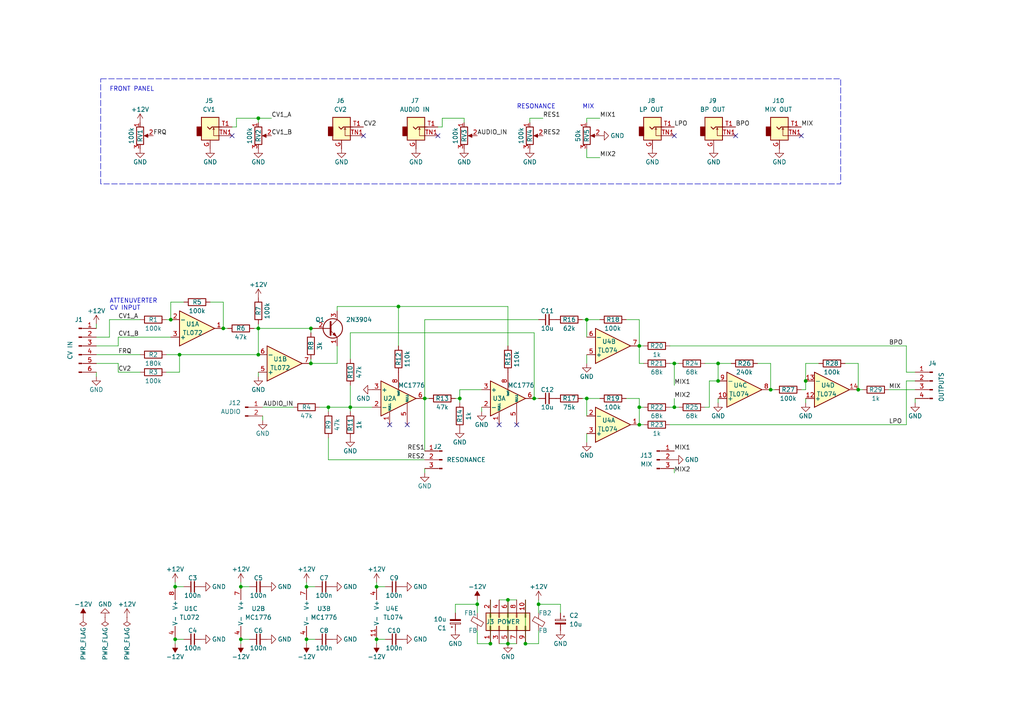
<source format=kicad_sch>
(kicad_sch (version 20230121) (generator eeschema)
  (paper "A4")
  (title_block (title "ПОЛИВОКС ФИЛЬТР") (comment 1 "Has an equal-power LP/BP mixer output in addition to the individual LP & BP outputs") (comment 2 "Audio input is via a passive attenuator") (comment 3 "(inspired by http://m.bareille.free.fr/modular1/vcf_polivoks/vcf_polivoks.htm)") (comment 4 "Includes an attenuverter on input CV1 with direct input on CV2"))
  (lib_symbols
    (symbol "Amplifier_Operational:TL072" (pin_names (offset 0.127))
      (property "Reference" "U" (at 0 5.08 0))
      (property "Value" "TL072" (at 0 -5.08 0))
      (symbol "TL072_1_1"
        (pin output line (at 7.62 0 180) (length 2.54) (name "~") (number "1"))
        (pin input line (at -7.62 -2.54 0) (length 2.54) (name "-") (number "2"))
        (pin input line (at -7.62 2.54 0) (length 2.54) (name "+") (number "3"))
      )
      (symbol "TL072_2_1"
        (pin input line (at -7.62 2.54 0) (length 2.54) (name "+") (number "5"))
        (pin input line (at -7.62 -2.54 0) (length 2.54) (name "-") (number "6"))
        (pin output line (at 7.62 0 180) (length 2.54) (name "~") (number "7"))
      )
      (symbol "TL072_3_1"
        (pin power_in line (at -2.54 -7.62 90) (length 3.81) (name "V-") (number "4"))
        (pin power_in line (at -2.54 7.62 270) (length 3.81) (name "V+") (number "8"))
      )
    )
    (symbol "Amplifier_Operational:TL074" (pin_names (offset 0.127))
      (property "Reference" "U" (at 0 5.08 0))
      (property "Value" "TL074" (at 0 -5.08 0))
      (symbol "TL074_1_1"
        (pin output line (at 7.62 0 180) (length 2.54) (name "~") (number "1"))
        (pin input line (at -7.62 -2.54 0) (length 2.54) (name "-") (number "2"))
        (pin input line (at -7.62 2.54 0) (length 2.54) (name "+") (number "3"))
      )
      (symbol "TL074_2_1"
        (pin input line (at -7.62 2.54 0) (length 2.54) (name "+") (number "5"))
        (pin input line (at -7.62 -2.54 0) (length 2.54) (name "-") (number "6"))
        (pin output line (at 7.62 0 180) (length 2.54) (name "~") (number "7"))
      )
      (symbol "TL074_3_1"
        (pin input line (at -7.62 2.54 0) (length 2.54) (name "+") (number "10"))
        (pin output line (at 7.62 0 180) (length 2.54) (name "~") (number "8"))
        (pin input line (at -7.62 -2.54 0) (length 2.54) (name "-") (number "9"))
      )
      (symbol "TL074_4_1"
        (pin input line (at -7.62 2.54 0) (length 2.54) (name "+") (number "12"))
        (pin input line (at -7.62 -2.54 0) (length 2.54) (name "-") (number "13"))
        (pin output line (at 7.62 0 180) (length 2.54) (name "~") (number "14"))
      )
      (symbol "TL074_5_1"
        (pin power_in line (at -2.54 -7.62 90) (length 3.81) (name "V-") (number "11"))
        (pin power_in line (at -2.54 7.62 270) (length 3.81) (name "V+") (number "4"))
      )
    )
    (symbol "CGE_symbols:AudioJack_Ground_Switch"
      (property "Reference" "J" (at -0.762 6.35 0))
      (property "Value" "AudioJack_Ground_Switch" (at -0.762 4.318 0))
      (symbol "AudioJack_Ground_Switch_1_1"
        (pin passive line (at -1.27 -6.35 90) (length 2.54) (name "~") (number "G"))
        (pin passive line (at 5.08 0 180) (length 3.81) (name "~") (number "T1"))
        (pin passive line (at 5.08 -2.54 180) (length 3.81) (name "~") (number "TN1"))
      )
    )
    (symbol "CGE_symbols:MC1776" (pin_names (offset 0.127))
      (property "Reference" "U2" (at -2.54 0 0))
      (property "Value" "MC1776" (at 3.81 3.81 0))
      (symbol "MC1776_1_1"
        (pin input line (at -2.54 -7.62 90) (length 3.81) (name "NULL") (number "1"))
        (pin input line (at -7.62 -2.54 0) (length 2.54) (name "-") (number "2"))
        (pin input line (at -7.62 2.54 0) (length 2.54) (name "+") (number "3"))
        (pin input line (at 2.54 -7.62 90) (length 6.35) (name "NULL") (number "5"))
        (pin output line (at 7.62 0 180) (length 2.54) (name "~") (number "6"))
        (pin input line (at 0 7.62 270) (length 5.08) (name "Iset") (number "8"))
      )
      (symbol "MC1776_2_1"
        (pin power_in line (at -2.54 -7.62 90) (length 3.81) (name "V-") (number "4"))
        (pin power_in line (at -2.54 7.62 270) (length 3.81) (name "V+") (number "7"))
      )
    )
    (symbol "Connector:Conn_01x02_Pin" (pin_names (offset 1.016) hide)
      (property "Reference" "J" (at 0 2.54 0))
      (property "Value" "Conn_01x02_Pin" (at 0 -5.08 0))
      (symbol "Conn_01x02_Pin_1_1"
        (pin passive line (at 5.08 0 180) (length 3.81) (name "Pin_1") (number "1"))
        (pin passive line (at 5.08 -2.54 180) (length 3.81) (name "Pin_2") (number "2"))
      )
    )
    (symbol "Connector:Conn_01x03_Pin" (pin_names (offset 1.016) hide)
      (property "Reference" "J" (at 0 5.08 0))
      (property "Value" "Conn_01x03_Pin" (at 0 -5.08 0))
      (symbol "Conn_01x03_Pin_1_1"
        (pin passive line (at 5.08 2.54 180) (length 3.81) (name "Pin_1") (number "1"))
        (pin passive line (at 5.08 0 180) (length 3.81) (name "Pin_2") (number "2"))
        (pin passive line (at 5.08 -2.54 180) (length 3.81) (name "Pin_3") (number "3"))
      )
    )
    (symbol "Connector:Conn_01x04_Pin" (pin_names (offset 1.016) hide)
      (property "Reference" "J" (at 0 5.08 0))
      (property "Value" "Conn_01x04_Pin" (at 0 -7.62 0))
      (symbol "Conn_01x04_Pin_1_1"
        (pin passive line (at 5.08 2.54 180) (length 3.81) (name "Pin_1") (number "1"))
        (pin passive line (at 5.08 0 180) (length 3.81) (name "Pin_2") (number "2"))
        (pin passive line (at 5.08 -2.54 180) (length 3.81) (name "Pin_3") (number "3"))
        (pin passive line (at 5.08 -5.08 180) (length 3.81) (name "Pin_4") (number "4"))
      )
    )
    (symbol "Connector:Conn_01x06_Pin" (pin_names (offset 1.016) hide)
      (property "Reference" "J" (at 0 7.62 0))
      (property "Value" "Conn_01x06_Pin" (at 0 -10.16 0))
      (symbol "Conn_01x06_Pin_1_1"
        (pin passive line (at 5.08 5.08 180) (length 3.81) (name "Pin_1") (number "1"))
        (pin passive line (at 5.08 2.54 180) (length 3.81) (name "Pin_2") (number "2"))
        (pin passive line (at 5.08 0 180) (length 3.81) (name "Pin_3") (number "3"))
        (pin passive line (at 5.08 -2.54 180) (length 3.81) (name "Pin_4") (number "4"))
        (pin passive line (at 5.08 -5.08 180) (length 3.81) (name "Pin_5") (number "5"))
        (pin passive line (at 5.08 -7.62 180) (length 3.81) (name "Pin_6") (number "6"))
      )
    )
    (symbol "Connector_Generic:Conn_02x05_Odd_Even" (pin_names (offset 1.016) hide)
      (property "Reference" "J" (at 1.27 7.62 0))
      (property "Value" "Conn_02x05_Odd_Even" (at 1.27 -7.62 0))
      (symbol "Conn_02x05_Odd_Even_1_1"
        (pin passive line (at -5.08 5.08 0) (length 3.81) (name "Pin_1") (number "1"))
        (pin passive line (at 7.62 -5.08 180) (length 3.81) (name "Pin_10") (number "10"))
        (pin passive line (at 7.62 5.08 180) (length 3.81) (name "Pin_2") (number "2"))
        (pin passive line (at -5.08 2.54 0) (length 3.81) (name "Pin_3") (number "3"))
        (pin passive line (at 7.62 2.54 180) (length 3.81) (name "Pin_4") (number "4"))
        (pin passive line (at -5.08 0 0) (length 3.81) (name "Pin_5") (number "5"))
        (pin passive line (at 7.62 0 180) (length 3.81) (name "Pin_6") (number "6"))
        (pin passive line (at -5.08 -2.54 0) (length 3.81) (name "Pin_7") (number "7"))
        (pin passive line (at 7.62 -2.54 180) (length 3.81) (name "Pin_8") (number "8"))
        (pin passive line (at -5.08 -5.08 0) (length 3.81) (name "Pin_9") (number "9"))
      )
    )
    (symbol "Device:C_Polarized_Small" (pin_numbers hide) (pin_names (offset 0.254) hide)
      (property "Reference" "C" (at 0.254 1.778 0))
      (property "Value" "C_Polarized_Small" (at 0.254 -2.032 0))
      (symbol "C_Polarized_Small_1_1"
        (pin passive line (at 0 2.54 270) (length 1.8542) (name "~") (number "1"))
        (pin passive line (at 0 -2.54 90) (length 1.8542) (name "~") (number "2"))
      )
    )
    (symbol "Device:C_Small" (pin_numbers hide) (pin_names (offset 0.254) hide)
      (property "Reference" "C" (at 0.254 1.778 0))
      (property "Value" "C_Small" (at 0.254 -2.032 0))
      (symbol "C_Small_1_1"
        (pin passive line (at 0 2.54 270) (length 2.032) (name "~") (number "1"))
        (pin passive line (at 0 -2.54 90) (length 2.032) (name "~") (number "2"))
      )
    )
    (symbol "Device:FerriteBead_Small" (pin_numbers hide) (pin_names (offset 0))
      (property "Reference" "FB" (at 1.905 1.27 0))
      (property "Value" "FerriteBead_Small" (at 1.905 -1.27 0))
      (symbol "FerriteBead_Small_1_1"
        (pin passive line (at 0 2.54 270) (length 1.27) (name "~") (number "1"))
        (pin passive line (at 0 -2.54 90) (length 1.27) (name "~") (number "2"))
      )
    )
    (symbol "Device:R" (pin_numbers hide) (pin_names (offset 0))
      (property "Reference" "R" (at 2.032 0 90))
      (property "Value" "R" (at 0 0 90))
      (symbol "R_1_1"
        (pin passive line (at 0 3.81 270) (length 1.27) (name "~") (number "1"))
        (pin passive line (at 0 -3.81 90) (length 1.27) (name "~") (number "2"))
      )
    )
    (symbol "Device:R_Potentiometer" (pin_names (offset 1.016) hide)
      (property "Reference" "RV" (at -4.445 0 90))
      (property "Value" "R_Potentiometer" (at -2.54 0 90))
      (symbol "R_Potentiometer_1_1"
        (pin passive line (at 0 3.81 270) (length 1.27) (name "1") (number "1"))
        (pin passive line (at 3.81 0 180) (length 1.27) (name "2") (number "2"))
        (pin passive line (at 0 -3.81 90) (length 1.27) (name "3") (number "3"))
      )
    )
    (symbol "Transistor_BJT:2N3904" (pin_names (offset 0) hide)
      (property "Reference" "Q" (at 5.08 1.905 0))
      (property "Value" "2N3904" (at 5.08 0 0))
      (symbol "2N3904_1_1"
        (pin passive line (at 2.54 -5.08 90) (length 2.54) (name "E") (number "1"))
        (pin passive line (at -5.08 0 0) (length 5.715) (name "B") (number "2"))
        (pin passive line (at 2.54 5.08 270) (length 2.54) (name "C") (number "3"))
      )
    )
    (symbol "power:+12V" (power) (pin_names (offset 0))
      (property "Value" "+12V" (at 0 3.556 0))
      (symbol "+12V_1_1"
        (pin power_in line (at 0 0 90) (length 0) hide (name "+12V") (number "1"))
      )
    )
    (symbol "power:-12V" (power) (pin_names (offset 0))
      (property "Value" "-12V" (at 0 3.81 0))
      (symbol "-12V_0_0"
        (pin power_in line (at 0 0 90) (length 0) hide (name "-12V") (number "1"))
      )
    )
    (symbol "power:GND" (power) (pin_names (offset 0))
      (property "Value" "GND" (at 0 -3.81 0))
      (symbol "GND_1_1"
        (pin power_in line (at 0 0 270) (length 0) hide (name "GND") (number "1"))
      )
    )
    (symbol "power:PWR_FLAG" (power) (pin_numbers hide) (pin_names (offset 0) hide)
      (property "Value" "PWR_FLAG" (at 0 3.81 0))
      (symbol "PWR_FLAG_0_0"
        (pin power_out line (at 0 0 90) (length 0) (name "pwr") (number "1"))
      )
    )
  )
  (junction (at 152.4 186.69))
  (junction (at 88.9 170.18))
  (junction (at 185.42 100.33))
  (junction (at 233.68 110.49))
  (junction (at 185.42 118.11))
  (junction (at 74.93 102.87))
  (junction (at 74.93 95.25))
  (junction (at 123.19 115.57))
  (junction (at 133.35 115.57))
  (junction (at 88.9 185.42))
  (junction (at 49.53 92.71))
  (junction (at 156.21 175.26))
  (junction (at 195.58 118.11))
  (junction (at 138.43 175.26))
  (junction (at 90.17 105.41))
  (junction (at 208.28 105.41))
  (junction (at 170.18 92.71))
  (junction (at 147.32 173.99))
  (junction (at 69.85 170.18))
  (junction (at 154.94 115.57))
  (junction (at 74.93 34.29))
  (junction (at 109.22 170.18))
  (junction (at 223.52 113.03))
  (junction (at 101.6 118.11))
  (junction (at 142.24 186.69))
  (junction (at 52.07 102.87))
  (junction (at 185.42 123.19))
  (junction (at 95.25 118.11))
  (junction (at 109.22 185.42))
  (junction (at 115.57 88.9))
  (junction (at 248.92 113.03))
  (junction (at 50.8 185.42))
  (junction (at 195.58 105.41))
  (junction (at 90.17 95.25))
  (junction (at 50.8 170.18))
  (junction (at 170.18 115.57))
  (junction (at 208.28 110.49))
  (junction (at 147.32 186.69))
  (junction (at 69.85 185.42))
  (junction (at 64.77 95.25))
  (no_connect (at 195.58 39.37))
  (no_connect (at 118.11 123.19))
  (no_connect (at 105.41 39.37))
  (no_connect (at 144.78 123.19))
  (no_connect (at 213.36 39.37))
  (no_connect (at 127 39.37))
  (no_connect (at 232.41 39.37))
  (no_connect (at 149.86 123.19))
  (no_connect (at 113.03 123.19))
  (no_connect (at 67.31 39.37))
  (wire (pts (xy 68.58 34.29) (xy 74.93 34.29)))
  (wire (pts (xy 95.25 118.11) (xy 101.6 118.11)))
  (wire (pts (xy 74.93 34.29) (xy 78.74 34.29)))
  (wire (pts (xy 262.89 107.95) (xy 262.89 100.33)))
  (wire (pts (xy 233.68 113.03) (xy 232.41 113.03)))
  (wire (pts (xy 144.78 173.99) (xy 147.32 173.99)))
  (wire (pts (xy 132.08 175.26) (xy 138.43 175.26)))
  (wire (pts (xy 101.6 119.38) (xy 101.6 118.11)))
  (wire (pts (xy 248.92 113.03) (xy 248.92 105.41)))
  (wire (pts (xy 101.6 96.52) (xy 101.6 104.14)))
  (wire (pts (xy 111.76 170.18) (xy 109.22 170.18)))
  (wire (pts (xy 154.94 115.57) (xy 156.21 115.57)))
  (wire (pts (xy 156.21 175.26) (xy 162.56 175.26)))
  (wire (pts (xy 92.71 118.11) (xy 95.25 118.11)))
  (wire (pts (xy 27.94 93.98) (xy 27.94 95.25)))
  (wire (pts (xy 170.18 125.73) (xy 170.18 128.27)))
  (wire (pts (xy 90.17 95.25) (xy 90.17 96.52)))
  (wire (pts (xy 173.99 34.29) (xy 170.18 34.29)))
  (wire (pts (xy 88.9 168.91) (xy 88.9 170.18)))
  (wire (pts (xy 31.75 92.71) (xy 40.64 92.71)))
  (wire (pts (xy 128.27 36.83) (xy 127 36.83)))
  (wire (pts (xy 185.42 105.41) (xy 185.42 100.33)))
  (wire (pts (xy 186.69 105.41) (xy 185.42 105.41)))
  (wire (pts (xy 97.79 88.9) (xy 97.79 90.17)))
  (wire (pts (xy 90.17 95.25) (xy 74.93 95.25)))
  (wire (pts (xy 237.49 105.41) (xy 233.68 105.41)))
  (wire (pts (xy 50.8 186.69) (xy 50.8 185.42)))
  (wire (pts (xy 76.2 121.92) (xy 76.2 120.65)))
  (wire (pts (xy 88.9 185.42) (xy 91.44 185.42)))
  (wire (pts (xy 34.29 100.33) (xy 34.29 97.79)))
  (wire (pts (xy 154.94 115.57) (xy 154.94 96.52)))
  (wire (pts (xy 50.8 168.91) (xy 50.8 170.18)))
  (wire (pts (xy 31.75 97.79) (xy 31.75 92.71)))
  (wire (pts (xy 248.92 105.41) (xy 245.11 105.41)))
  (wire (pts (xy 170.18 115.57) (xy 173.99 115.57)))
  (wire (pts (xy 97.79 100.33) (xy 97.79 105.41)))
  (wire (pts (xy 34.29 107.95) (xy 40.64 107.95)))
  (wire (pts (xy 68.58 36.83) (xy 67.31 36.83)))
  (wire (pts (xy 262.89 110.49) (xy 265.43 110.49)))
  (wire (pts (xy 152.4 186.69) (xy 156.21 186.69)))
  (wire (pts (xy 69.85 170.18) (xy 72.39 170.18)))
  (wire (pts (xy 185.42 123.19) (xy 186.69 123.19)))
  (wire (pts (xy 185.42 118.11) (xy 186.69 118.11)))
  (wire (pts (xy 138.43 173.99) (xy 138.43 175.26)))
  (wire (pts (xy 52.07 102.87) (xy 52.07 107.95)))
  (wire (pts (xy 147.32 88.9) (xy 147.32 100.33)))
  (wire (pts (xy 132.08 115.57) (xy 133.35 115.57)))
  (wire (pts (xy 90.17 104.14) (xy 90.17 105.41)))
  (wire (pts (xy 157.48 34.29) (xy 153.67 34.29)))
  (wire (pts (xy 74.93 35.56) (xy 74.93 34.29)))
  (wire (pts (xy 91.44 170.18) (xy 88.9 170.18)))
  (wire (pts (xy 101.6 111.76) (xy 101.6 118.11)))
  (wire (pts (xy 144.78 186.69) (xy 147.32 186.69)))
  (wire (pts (xy 212.09 105.41) (xy 208.28 105.41)))
  (wire (pts (xy 27.94 105.41) (xy 34.29 105.41)))
  (wire (pts (xy 170.18 115.57) (xy 168.91 115.57)))
  (wire (pts (xy 205.74 118.11) (xy 204.47 118.11)))
  (wire (pts (xy 88.9 186.69) (xy 88.9 185.42)))
  (wire (pts (xy 170.18 92.71) (xy 168.91 92.71)))
  (wire (pts (xy 170.18 92.71) (xy 170.18 97.79)))
  (wire (pts (xy 208.28 115.57) (xy 208.28 116.84)))
  (wire (pts (xy 73.66 95.25) (xy 74.93 95.25)))
  (wire (pts (xy 97.79 88.9) (xy 115.57 88.9)))
  (wire (pts (xy 162.56 175.26) (xy 162.56 177.8)))
  (wire (pts (xy 195.58 105.41) (xy 196.85 105.41)))
  (wire (pts (xy 152.4 173.99) (xy 152.4 186.69)))
  (wire (pts (xy 74.93 93.98) (xy 74.93 95.25)))
  (wire (pts (xy 115.57 88.9) (xy 115.57 100.33)))
  (wire (pts (xy 185.42 92.71) (xy 185.42 100.33)))
  (wire (pts (xy 142.24 173.99) (xy 142.24 186.69)))
  (wire (pts (xy 147.32 186.69) (xy 149.86 186.69)))
  (wire (pts (xy 208.28 105.41) (xy 208.28 110.49)))
  (wire (pts (xy 133.35 113.03) (xy 133.35 115.57)))
  (wire (pts (xy 170.18 115.57) (xy 170.18 120.65)))
  (wire (pts (xy 195.58 137.16) (xy 195.58 135.89)))
  (wire (pts (xy 97.79 105.41) (xy 90.17 105.41)))
  (wire (pts (xy 48.26 102.87) (xy 52.07 102.87)))
  (wire (pts (xy 34.29 97.79) (xy 49.53 97.79)))
  (wire (pts (xy 27.94 97.79) (xy 31.75 97.79)))
  (wire (pts (xy 123.19 92.71) (xy 123.19 115.57)))
  (wire (pts (xy 205.74 110.49) (xy 205.74 118.11)))
  (wire (pts (xy 64.77 87.63) (xy 64.77 95.25)))
  (wire (pts (xy 156.21 173.99) (xy 156.21 175.26)))
  (wire (pts (xy 139.7 119.38) (xy 139.7 118.11)))
  (wire (pts (xy 170.18 45.72) (xy 170.18 43.18)))
  (wire (pts (xy 205.74 110.49) (xy 208.28 110.49)))
  (wire (pts (xy 257.81 113.03) (xy 265.43 113.03)))
  (wire (pts (xy 27.94 102.87) (xy 40.64 102.87)))
  (wire (pts (xy 170.18 34.29) (xy 170.18 35.56)))
  (wire (pts (xy 185.42 100.33) (xy 186.69 100.33)))
  (wire (pts (xy 95.25 133.35) (xy 123.19 133.35)))
  (wire (pts (xy 132.08 177.8) (xy 132.08 175.26)))
  (wire (pts (xy 138.43 175.26) (xy 138.43 177.8)))
  (wire (pts (xy 53.34 87.63) (xy 49.53 87.63)))
  (wire (pts (xy 123.19 92.71) (xy 156.21 92.71)))
  (wire (pts (xy 74.93 107.95) (xy 74.93 109.22)))
  (wire (pts (xy 194.31 100.33) (xy 262.89 100.33)))
  (wire (pts (xy 233.68 110.49) (xy 233.68 113.03)))
  (wire (pts (xy 133.35 115.57) (xy 133.35 116.84)))
  (wire (pts (xy 123.19 115.57) (xy 124.46 115.57)))
  (wire (pts (xy 109.22 185.42) (xy 111.76 185.42)))
  (wire (pts (xy 185.42 92.71) (xy 181.61 92.71)))
  (wire (pts (xy 76.2 118.11) (xy 85.09 118.11)))
  (wire (pts (xy 147.32 173.99) (xy 147.32 186.69)))
  (wire (pts (xy 223.52 113.03) (xy 223.52 105.41)))
  (wire (pts (xy 52.07 102.87) (xy 74.93 102.87)))
  (wire (pts (xy 195.58 118.11) (xy 196.85 118.11)))
  (wire (pts (xy 224.79 113.03) (xy 223.52 113.03)))
  (wire (pts (xy 95.25 119.38) (xy 95.25 118.11)))
  (wire (pts (xy 262.89 110.49) (xy 262.89 123.19)))
  (wire (pts (xy 27.94 100.33) (xy 34.29 100.33)))
  (wire (pts (xy 195.58 105.41) (xy 195.58 111.76)))
  (wire (pts (xy 64.77 95.25) (xy 66.04 95.25)))
  (wire (pts (xy 68.58 36.83) (xy 68.58 34.29)))
  (wire (pts (xy 195.58 115.57) (xy 195.58 118.11)))
  (wire (pts (xy 154.94 96.52) (xy 101.6 96.52)))
  (wire (pts (xy 95.25 133.35) (xy 95.25 127)))
  (wire (pts (xy 173.99 92.71) (xy 170.18 92.71)))
  (wire (pts (xy 109.22 168.91) (xy 109.22 170.18)))
  (wire (pts (xy 233.68 115.57) (xy 233.68 116.84)))
  (wire (pts (xy 69.85 185.42) (xy 72.39 185.42)))
  (wire (pts (xy 265.43 107.95) (xy 262.89 107.95)))
  (wire (pts (xy 173.99 45.72) (xy 170.18 45.72)))
  (wire (pts (xy 109.22 185.42) (xy 109.22 186.69)))
  (wire (pts (xy 123.19 115.57) (xy 123.19 130.81)))
  (wire (pts (xy 60.96 87.63) (xy 64.77 87.63)))
  (wire (pts (xy 69.85 186.69) (xy 69.85 185.42)))
  (wire (pts (xy 185.42 115.57) (xy 181.61 115.57)))
  (wire (pts (xy 153.67 34.29) (xy 153.67 35.56)))
  (wire (pts (xy 134.62 34.29) (xy 134.62 35.56)))
  (wire (pts (xy 34.29 105.41) (xy 34.29 107.95)))
  (wire (pts (xy 138.43 186.69) (xy 142.24 186.69)))
  (wire (pts (xy 185.42 115.57) (xy 185.42 118.11)))
  (wire (pts (xy 128.27 36.83) (xy 128.27 34.29)))
  (wire (pts (xy 48.26 92.71) (xy 49.53 92.71)))
  (wire (pts (xy 170.18 102.87) (xy 170.18 105.41)))
  (wire (pts (xy 48.26 107.95) (xy 52.07 107.95)))
  (wire (pts (xy 194.31 118.11) (xy 195.58 118.11)))
  (wire (pts (xy 128.27 34.29) (xy 134.62 34.29)))
  (wire (pts (xy 223.52 105.41) (xy 219.71 105.41)))
  (wire (pts (xy 50.8 185.42) (xy 53.34 185.42)))
  (wire (pts (xy 156.21 186.69) (xy 156.21 182.88)))
  (wire (pts (xy 49.53 87.63) (xy 49.53 92.71)))
  (wire (pts (xy 185.42 118.11) (xy 185.42 123.19)))
  (wire (pts (xy 194.31 123.19) (xy 262.89 123.19)))
  (wire (pts (xy 115.57 88.9) (xy 147.32 88.9)))
  (wire (pts (xy 101.6 118.11) (xy 107.95 118.11)))
  (wire (pts (xy 69.85 168.91) (xy 69.85 170.18)))
  (wire (pts (xy 204.47 105.41) (xy 208.28 105.41)))
  (wire (pts (xy 139.7 113.03) (xy 133.35 113.03)))
  (wire (pts (xy 123.19 137.16) (xy 123.19 135.89)))
  (wire (pts (xy 74.93 95.25) (xy 74.93 102.87)))
  (wire (pts (xy 50.8 170.18) (xy 53.34 170.18)))
  (wire (pts (xy 265.43 116.84) (xy 265.43 115.57)))
  (wire (pts (xy 248.92 113.03) (xy 250.19 113.03)))
  (wire (pts (xy 156.21 175.26) (xy 156.21 177.8)))
  (wire (pts (xy 233.68 105.41) (xy 233.68 110.49)))
  (wire (pts (xy 147.32 173.99) (xy 149.86 173.99)))
  (wire (pts (xy 138.43 182.88) (xy 138.43 186.69)))
  (wire (pts (xy 27.94 109.22) (xy 27.94 107.95)))
  (wire (pts (xy 194.31 105.41) (xy 195.58 105.41)))
  (rectangle (start 29.21 22.86) (end 243.84 53.34) (stroke (width 0) (type dash)))
  (text "FRONT PANEL" (at 31.75 26.67 0) (effects (font (size 1.27 1.27)) (justify left bottom)))
  (text "RESONANCE" (at 149.86 31.75 0) (effects (font (size 1.27 1.27)) (justify left bottom)))
  (text "ATTENUVERTER\nCV INPUT" (at 31.75 90.17 0) (effects (font (size 1.27 1.27)) (justify left bottom)))
  (text "MIX" (at 168.91 31.75 0) (effects (font (size 1.27 1.27)) (justify left bottom)))
  (label "LPO" (at 257.81 123.19 0))
  (label "MIX2" (at 195.58 137.16 0))
  (label "CV1_A" (at 78.74 34.29 0))
  (label "BPO" (at 213.36 36.83 0))
  (label "FRQ" (at 44.45 39.37 0))
  (label "RES1" (at 123.19 130.81 180))
  (label "CV2" (at 105.41 36.83 0))
  (label "MIX" (at 257.81 113.03 0))
  (label "CV1_B" (at 34.29 97.79 0))
  (label "RES1" (at 157.48 34.29 0))
  (label "AUDIO_IN" (at 138.43 39.37 0))
  (label "CV1_A" (at 34.29 92.71 0))
  (label "MIX2" (at 195.58 115.57 0))
  (label "RES2" (at 157.48 39.37 0))
  (label "MIX2" (at 173.99 45.72 0))
  (label "CV1_B" (at 78.74 39.37 0))
  (label "RES2" (at 123.19 133.35 180))
  (label "MIX1" (at 195.58 111.76 0))
  (label "FRQ" (at 34.29 102.87 0))
  (label "CV2" (at 34.29 107.95 0))
  (label "MIX1" (at 195.58 130.81 0))
  (label "LPO" (at 195.58 36.83 0))
  (label "BPO" (at 257.81 100.33 0))
  (label "AUDIO_IN" (at 85.09 118.11 180))
  (label "MIX1" (at 173.99 34.29 0))
  (label "MIX" (at 232.41 36.83 0))
  (symbol (lib_id "power:GND") (at 133.35 124.46 0) (unit 1)
    (property "Reference" "#PWR032" (effects hide))
    (property "Value" "GND" (at 133.35 128.27 0))
  )
  (symbol (lib_id "Device:R") (at 228.6 113.03 270) (unit 1)
    (property "Reference" "R27" (at 228.6 113.03 90))
    (property "Value" "100k" (at 228.6 115.57 90))
    (property "Footprint" "CGE_footprints:R_Axial_DIN0204_L3.6mm_D1.6mm_P7.62mm_Horizontal" (effects hide))
  )
  (symbol (lib_id "Connector:Conn_01x02_Pin") (at 71.12 118.11 0) (unit 1)
    (property "Reference" "J12" (at 69.85 116.84 0) (effects (justify right)))
    (property "Value" "AUDIO" (at 69.85 119.38 0) (effects (justify right)))
    (property "Footprint" "Connector_PinHeader_2.54mm:PinHeader_1x02_P2.54mm_Vertical" (effects hide))
  )
  (symbol (lib_id "power:GND") (at 101.6 127 0) (unit 1)
    (property "Reference" "#PWR022" (effects hide))
    (property "Value" "GND" (at 101.6 130.81 0))
  )
  (symbol (lib_id "power:-12V") (at 69.85 186.69 0) (mirror x) (unit 1)
    (property "Reference" "#PWR016" (effects hide))
    (property "Value" "-12V" (at 69.85 190.5 0))
  )
  (symbol (lib_id "Device:C_Small") (at 74.93 170.18 90) (unit 1)
    (property "Reference" "C5" (at 74.93 167.64 90))
    (property "Value" "100n" (at 74.93 172.72 90))
    (property "Footprint" "CGE_footprints:C_Disc_D4.3mm_W1.9mm_P5.00mm" (effects hide))
  )
  (symbol (lib_id "power:GND") (at 120.65 43.18 0) (unit 1)
    (property "Reference" "#PWR031" (effects hide))
    (property "Value" "GND" (at 120.65 46.99 0))
  )
  (symbol (lib_id "power:GND") (at 233.68 116.84 0) (unit 1)
    (property "Reference" "#PWR048" (effects hide))
    (property "Value" "GND" (at 233.68 120.65 0))
  )
  (symbol (lib_id "Device:C_Small") (at 55.88 185.42 90) (unit 1)
    (property "Reference" "C4" (at 55.88 182.88 90))
    (property "Value" "100n" (at 55.88 187.96 90))
    (property "Footprint" "CGE_footprints:C_Disc_D4.3mm_W1.9mm_P5.00mm" (effects hide))
  )
  (symbol (lib_id "Device:R") (at 115.57 104.14 0) (unit 1)
    (property "Reference" "R12" (at 115.57 104.14 90))
    (property "Value" "110k" (at 118.11 104.14 90))
    (property "Footprint" "CGE_footprints:R_Axial_DIN0204_L3.6mm_D1.6mm_P7.62mm_Horizontal" (effects hide))
  )
  (symbol (lib_id "power:GND") (at 27.94 109.22 0) (unit 1)
    (property "Reference" "#PWR02" (effects hide))
    (property "Value" "GND" (at 27.94 113.03 0))
  )
  (symbol (lib_id "Device:R") (at 57.15 87.63 270) (unit 1)
    (property "Reference" "R5" (at 57.15 87.63 90))
    (property "Value" "100k" (at 57.15 90.17 90))
    (property "Footprint" "CGE_footprints:R_Axial_DIN0204_L3.6mm_D1.6mm_P7.62mm_Horizontal" (effects hide))
  )
  (symbol (lib_id "Device:R") (at 95.25 123.19 0) (unit 1)
    (property "Reference" "R9" (at 95.25 123.19 90))
    (property "Value" "47k" (at 97.79 123.19 90))
    (property "Footprint" "CGE_footprints:R_Axial_DIN0204_L3.6mm_D1.6mm_P7.62mm_Horizontal" (effects hide))
  )
  (symbol (lib_id "power:+12V") (at 40.64 35.56 0) (unit 1)
    (property "Reference" "#PWR06" (effects hide))
    (property "Value" "+12V" (at 40.64 31.75 0))
  )
  (symbol (lib_id "Device:R_Potentiometer") (at 74.93 39.37 0) (unit 1)
    (property "Reference" "RV2" (at 74.93 39.37 90))
    (property "Value" "100k" (at 72.39 39.37 90))
  )
  (symbol (lib_id "Device:R") (at 254 113.03 270) (unit 1)
    (property "Reference" "R29" (at 254 113.03 90))
    (property "Value" "1k" (at 254 115.57 90))
    (property "Footprint" "CGE_footprints:R_Axial_DIN0204_L3.6mm_D1.6mm_P7.62mm_Horizontal" (effects hide))
  )
  (symbol (lib_id "power:GND") (at 58.42 185.42 90) (mirror x) (unit 1)
    (property "Reference" "#PWR011" (effects hide))
    (property "Value" "GND" (at 63.5 185.42 90))
  )
  (symbol (lib_id "CGE_symbols:MC1776") (at 115.57 115.57 0) (unit 1)
    (property "Reference" "U2" (at 113.03 115.57 0))
    (property "Value" "MC1776" (at 119.38 111.76 0))
    (property "Footprint" "Package_DIP:DIP-8_W7.62mm_Socket" (effects hide))
    (property "Datasheet" "X:\\Chris\\Datasheets\\MC1776C.PDF" (effects hide))
  )
  (symbol (lib_id "CGE_symbols:AudioJack_Ground_Switch") (at 227.33 36.83 0) (unit 1)
    (property "Reference" "J10" (at 225.7425 29.21 0))
    (property "Value" "MIX OUT" (at 225.7425 31.75 0))
  )
  (symbol (lib_id "Device:R") (at 44.45 92.71 270) (unit 1)
    (property "Reference" "R1" (at 44.45 92.71 90))
    (property "Value" "100k" (at 44.45 95.25 90))
    (property "Footprint" "CGE_footprints:R_Axial_DIN0204_L3.6mm_D1.6mm_P7.62mm_Horizontal" (effects hide))
  )
  (symbol (lib_id "power:GND") (at 96.52 185.42 90) (mirror x) (unit 1)
    (property "Reference" "#PWR024" (effects hide))
    (property "Value" "GND" (at 101.6 185.42 90))
  )
  (symbol (lib_id "Device:R") (at 44.45 107.95 270) (unit 1)
    (property "Reference" "R3" (at 44.45 107.95 90))
    (property "Value" "100k" (at 44.45 110.49 90))
    (property "Footprint" "CGE_footprints:R_Axial_DIN0204_L3.6mm_D1.6mm_P7.62mm_Horizontal" (effects hide))
  )
  (symbol (lib_id "power:GND") (at 162.56 182.88 0) (unit 1)
    (property "Reference" "#PWR040" (effects hide))
    (property "Value" "GND" (at 162.56 186.69 0))
  )
  (symbol (lib_id "Device:R") (at 200.66 118.11 270) (unit 1)
    (property "Reference" "R25" (at 200.66 118.11 90))
    (property "Value" "68k" (at 200.66 120.65 90))
    (property "Footprint" "CGE_footprints:R_Axial_DIN0204_L3.6mm_D1.6mm_P7.62mm_Horizontal" (effects hide))
  )
  (symbol (lib_id "Amplifier_Operational:TL072") (at 53.34 177.8 0) (unit 3)
    (property "Reference" "U1" (at 53.34 176.53 0) (effects (justify left)))
    (property "Value" "TL072" (at 52.07 179.07 0) (effects (justify left)))
    (property "Footprint" "Package_DIP:DIP-8_W7.62mm_Socket" (effects hide))
    (property "Datasheet" "http://www.ti.com/lit/ds/symlink/tl071.pdf" (effects hide))
  )
  (symbol (lib_id "power:+12V") (at 156.21 173.99 0) (unit 1)
    (property "Reference" "#PWR039" (effects hide))
    (property "Value" "+12V" (at 156.21 170.18 0))
  )
  (symbol (lib_id "power:+12V") (at 109.22 168.91 0) (unit 1)
    (property "Reference" "#PWR027" (effects hide))
    (property "Value" "+12V" (at 109.22 165.1 0))
  )
  (symbol (lib_id "power:GND") (at 99.06 43.18 0) (unit 1)
    (property "Reference" "#PWR025" (effects hide))
    (property "Value" "GND" (at 99.06 46.99 0))
  )
  (symbol (lib_id "Connector:Conn_01x03_Pin") (at 128.27 133.35 0) (mirror y) (unit 1)
    (property "Reference" "J2" (at 125.73 129.54 0) (effects (justify right)))
    (property "Value" "RESONANCE" (at 129.54 133.35 0) (effects (justify right)))
    (property "Footprint" "Connector_PinHeader_2.54mm:PinHeader_1x03_P2.54mm_Vertical" (effects hide))
  )
  (symbol (lib_id "power:PWR_FLAG") (at 24.13 179.07 0) (mirror x) (unit 1)
    (property "Reference" "#FLG01" (effects hide))
    (property "Value" "PWR_FLAG" (at 24.13 186.69 90))
  )
  (symbol (lib_id "power:GND") (at 207.01 43.18 0) (unit 1)
    (property "Reference" "#PWR046" (effects hide))
    (property "Value" "GND" (at 207.01 46.99 0))
  )
  (symbol (lib_id "power:-12V") (at 24.13 179.07 0) (unit 1)
    (property "Reference" "#PWR03" (effects hide))
    (property "Value" "-12V" (at 24.13 175.26 0))
  )
  (symbol (lib_id "power:GND") (at 170.18 128.27 0) (unit 1)
    (property "Reference" "#PWR042" (effects hide))
    (property "Value" "GND" (at 170.18 132.08 0))
  )
  (symbol (lib_id "power:+12V") (at 27.94 93.98 0) (unit 1)
    (property "Reference" "#PWR01" (effects hide))
    (property "Value" "+12V" (at 27.94 90.17 0))
  )
  (symbol (lib_id "Connector:Conn_01x06_Pin") (at 22.86 100.33 0) (unit 1)
    (property "Reference" "J1" (at 22.86 92.71 0))
    (property "Value" "CV IN" (at 20.32 101.6 90))
    (property "Footprint" "Connector_PinHeader_2.54mm:PinHeader_1x06_P2.54mm_Vertical" (effects hide))
  )
  (symbol (lib_id "Device:C_Small") (at 93.98 170.18 90) (unit 1)
    (property "Reference" "C7" (at 93.98 167.64 90))
    (property "Value" "100n" (at 93.98 172.72 90))
    (property "Footprint" "CGE_footprints:C_Disc_D4.3mm_W1.9mm_P5.00mm" (effects hide))
  )
  (symbol (lib_id "Device:R") (at 177.8 115.57 270) (unit 1)
    (property "Reference" "R19" (at 177.8 115.57 90))
    (property "Value" "100k" (at 175.26 118.11 90) (effects (justify left)))
    (property "Footprint" "CGE_footprints:R_Axial_DIN0204_L3.6mm_D1.6mm_P7.62mm_Horizontal" (effects hide))
  )
  (symbol (lib_id "Device:C_Small") (at 114.3 185.42 90) (unit 1)
    (property "Reference" "C10" (at 114.3 182.88 90))
    (property "Value" "100n" (at 114.3 187.96 90))
    (property "Footprint" "CGE_footprints:C_Disc_D4.3mm_W1.9mm_P5.00mm" (effects hide))
  )
  (symbol (lib_id "power:GND") (at 132.08 182.88 0) (unit 1)
    (property "Reference" "#PWR033" (effects hide))
    (property "Value" "GND" (at 132.08 186.69 0))
  )
  (symbol (lib_id "CGE_symbols:AudioJack_Ground_Switch") (at 121.92 36.83 0) (unit 1)
    (property "Reference" "J7" (at 120.3325 29.21 0))
    (property "Value" "AUDIO IN" (at 120.3325 31.75 0))
  )
  (symbol (lib_id "power:GND") (at 195.58 133.35 90) (unit 1)
    (property "Reference" "#PWR051" (effects hide))
    (property "Value" "GND" (at 200.66 133.35 90))
  )
  (symbol (lib_id "Amplifier_Operational:TL072") (at 82.55 105.41 0) (mirror x) (unit 2)
    (property "Reference" "U1" (at 81.28 104.14 0))
    (property "Value" "TL072" (at 81.28 106.68 0))
    (property "Footprint" "Package_DIP:DIP-8_W7.62mm_Socket" (effects hide))
    (property "Datasheet" "http://www.ti.com/lit/ds/symlink/tl071.pdf" (effects hide))
  )
  (symbol (lib_id "Amplifier_Operational:TL074") (at 215.9 113.03 0) (mirror x) (unit 3)
    (property "Reference" "U4" (at 212.725 111.76 0) (effects (justify left)))
    (property "Value" "TL074" (at 211.455 114.3 0) (effects (justify left)))
    (property "Footprint" "Package_DIP:DIP-14_W7.62mm_Socket" (effects hide))
    (property "Datasheet" "http://www.ti.com/lit/ds/symlink/tl071.pdf" (effects hide))
  )
  (symbol (lib_id "CGE_symbols:MC1776") (at 72.39 177.8 0) (unit 2)
    (property "Reference" "U2" (at 74.93 176.53 0))
    (property "Value" "MC1776" (at 74.93 179.07 0))
    (property "Footprint" "Package_DIP:DIP-8_W7.62mm_Socket" (effects hide))
    (property "Datasheet" "X:\\Chris\\Datasheets\\MC1776C.PDF" (effects hide))
  )
  (symbol (lib_id "power:GND") (at 134.62 43.18 0) (mirror y) (unit 1)
    (property "Reference" "#PWR034" (effects hide))
    (property "Value" "GND" (at 134.62 46.99 0))
  )
  (symbol (lib_id "power:-12V") (at 50.8 186.69 0) (mirror x) (unit 1)
    (property "Reference" "#PWR09" (effects hide))
    (property "Value" "-12V" (at 50.8 190.5 0))
  )
  (symbol (lib_id "power:-12V") (at 138.43 173.99 0) (unit 1)
    (property "Reference" "#PWR036" (effects hide))
    (property "Value" "-12V" (at 138.43 170.18 0))
  )
  (symbol (lib_id "Device:C_Polarized_Small") (at 132.08 180.34 0) (mirror x) (unit 1)
    (property "Reference" "C1" (at 129.54 182.1561 0) (effects (justify right)))
    (property "Value" "10u" (at 129.54 179.6161 0) (effects (justify right)))
    (property "Footprint" "Capacitor_THT:CP_Radial_D5.0mm_P2.50mm" (effects hide))
  )
  (symbol (lib_id "power:GND") (at 226.06 43.18 0) (unit 1)
    (property "Reference" "#PWR047" (effects hide))
    (property "Value" "GND" (at 226.06 46.99 0))
  )
  (symbol (lib_id "CGE_symbols:AudioJack_Ground_Switch") (at 208.28 36.83 0) (unit 1)
    (property "Reference" "J9" (at 206.6925 29.21 0))
    (property "Value" "BP OUT" (at 206.6925 31.75 0))
  )
  (symbol (lib_id "power:GND") (at 107.95 113.03 270) (unit 1)
    (property "Reference" "#PWR026" (effects hide))
    (property "Value" "GND" (at 105.41 115.57 90))
  )
  (symbol (lib_id "Device:R") (at 101.6 107.95 0) (unit 1)
    (property "Reference" "R10" (at 101.6 107.95 90))
    (property "Value" "47k" (at 104.14 107.95 90))
    (property "Footprint" "CGE_footprints:R_Axial_DIN0204_L3.6mm_D1.6mm_P7.62mm_Horizontal" (effects hide))
  )
  (symbol (lib_id "Amplifier_Operational:TL074") (at 177.8 100.33 0) (mirror x) (unit 2)
    (property "Reference" "U4" (at 174.625 99.06 0) (effects (justify left)))
    (property "Value" "TL074" (at 173.355 101.6 0) (effects (justify left)))
    (property "Footprint" "Package_DIP:DIP-14_W7.62mm_Socket" (effects hide))
    (property "Datasheet" "http://www.ti.com/lit/ds/symlink/tl071.pdf" (effects hide))
  )
  (symbol (lib_id "power:GND") (at 170.18 105.41 0) (unit 1)
    (property "Reference" "#PWR041" (effects hide))
    (property "Value" "GND" (at 170.18 109.22 0))
  )
  (symbol (lib_id "Device:R") (at 147.32 104.14 0) (unit 1)
    (property "Reference" "R15" (at 147.32 104.14 90))
    (property "Value" "110k" (at 149.86 104.14 90))
    (property "Footprint" "CGE_footprints:R_Axial_DIN0204_L3.6mm_D1.6mm_P7.62mm_Horizontal" (effects hide))
  )
  (symbol (lib_id "CGE_symbols:AudioJack_Ground_Switch") (at 62.23 36.83 0) (unit 1)
    (property "Reference" "J5" (at 60.6425 29.21 0))
    (property "Value" "CV1" (at 60.6425 31.75 0))
  )
  (symbol (lib_id "Device:R") (at 190.5 100.33 270) (unit 1)
    (property "Reference" "R20" (at 190.5 100.33 90))
    (property "Value" "1k" (at 190.5 102.87 90))
    (property "Footprint" "CGE_footprints:R_Axial_DIN0204_L3.6mm_D1.6mm_P7.62mm_Horizontal" (effects hide))
  )
  (symbol (lib_id "Device:C_Small") (at 93.98 185.42 90) (unit 1)
    (property "Reference" "C8" (at 93.98 182.88 90))
    (property "Value" "100n" (at 93.98 187.96 90))
    (property "Footprint" "CGE_footprints:C_Disc_D4.3mm_W1.9mm_P5.00mm" (effects hide))
  )
  (symbol (lib_id "power:GND") (at 153.67 43.18 0) (mirror y) (unit 1)
    (property "Reference" "#PWR038" (effects hide))
    (property "Value" "GND" (at 153.67 46.99 0))
  )
  (symbol (lib_id "Device:C_Small") (at 55.88 170.18 90) (unit 1)
    (property "Reference" "C3" (at 55.88 167.64 90))
    (property "Value" "100n" (at 55.88 172.72 90))
    (property "Footprint" "CGE_footprints:C_Disc_D4.3mm_W1.9mm_P5.00mm" (effects hide))
  )
  (symbol (lib_id "power:GND") (at 173.99 39.37 90) (mirror x) (unit 1)
    (property "Reference" "#PWR043" (effects hide))
    (property "Value" "GND" (at 179.07 39.37 90))
  )
  (symbol (lib_id "Device:C_Small") (at 114.3 170.18 90) (unit 1)
    (property "Reference" "C9" (at 114.3 167.64 90))
    (property "Value" "100n" (at 114.3 172.72 90))
    (property "Footprint" "CGE_footprints:C_Disc_D4.3mm_W1.9mm_P5.00mm" (effects hide))
  )
  (symbol (lib_id "power:GND") (at 77.47 185.42 90) (mirror x) (unit 1)
    (property "Reference" "#PWR019" (effects hide))
    (property "Value" "GND" (at 82.55 185.42 90))
  )
  (symbol (lib_id "Device:C_Small") (at 74.93 185.42 90) (unit 1)
    (property "Reference" "C6" (at 74.93 182.88 90))
    (property "Value" "100n" (at 74.93 187.96 90))
    (property "Footprint" "CGE_footprints:C_Disc_D4.3mm_W1.9mm_P5.00mm" (effects hide))
  )
  (symbol (lib_id "power:GND") (at 116.84 170.18 90) (mirror x) (unit 1)
    (property "Reference" "#PWR029" (effects hide))
    (property "Value" "GND" (at 121.92 170.18 90))
  )
  (symbol (lib_id "power:GND") (at 30.48 179.07 0) (mirror x) (unit 1)
    (property "Reference" "#PWR04" (effects hide))
    (property "Value" "GND" (at 30.48 175.26 0))
  )
  (symbol (lib_id "Device:C_Polarized_Small") (at 162.56 180.34 0) (mirror y) (unit 1)
    (property "Reference" "C2" (at 165.1 178.5239 0) (effects (justify right)))
    (property "Value" "10u" (at 165.1 181.0639 0) (effects (justify right)))
    (property "Footprint" "Capacitor_THT:CP_Radial_D5.0mm_P2.50mm" (effects hide))
  )
  (symbol (lib_id "power:GND") (at 40.64 43.18 0) (mirror y) (unit 1)
    (property "Reference" "#PWR07" (effects hide))
    (property "Value" "GND" (at 40.64 46.99 0))
  )
  (symbol (lib_id "power:GND") (at 147.32 186.69 0) (unit 1)
    (property "Reference" "#PWR037" (effects hide))
    (property "Value" "GND" (at 147.32 190.5 0))
  )
  (symbol (lib_id "Device:R") (at 74.93 90.17 0) (unit 1)
    (property "Reference" "R7" (at 74.93 90.17 90))
    (property "Value" "100k" (at 77.47 90.17 90))
    (property "Footprint" "CGE_footprints:R_Axial_DIN0204_L3.6mm_D1.6mm_P7.62mm_Horizontal" (effects hide))
  )
  (symbol (lib_id "Device:R") (at 200.66 105.41 270) (unit 1)
    (property "Reference" "R24" (at 200.66 105.41 90))
    (property "Value" "68k" (at 200.66 107.95 90))
    (property "Footprint" "CGE_footprints:R_Axial_DIN0204_L3.6mm_D1.6mm_P7.62mm_Horizontal" (effects hide))
  )
  (symbol (lib_id "CGE_symbols:MC1776") (at 147.32 115.57 0) (unit 1)
    (property "Reference" "U3" (at 144.78 115.57 0))
    (property "Value" "MC1776" (at 151.13 111.76 0))
    (property "Footprint" "Package_DIP:DIP-8_W7.62mm_Socket" (effects hide))
    (property "Datasheet" "X:\\Chris\\Datasheets\\MC1776C.PDF" (effects hide))
  )
  (symbol (lib_id "power:+12V") (at 36.83 179.07 0) (unit 1)
    (property "Reference" "#PWR05" (effects hide))
    (property "Value" "+12V" (at 36.83 175.26 0))
  )
  (symbol (lib_id "Device:R") (at 165.1 115.57 270) (unit 1)
    (property "Reference" "R17" (at 165.1 115.57 90))
    (property "Value" "75k" (at 165.1 118.11 90))
    (property "Footprint" "CGE_footprints:R_Axial_DIN0204_L3.6mm_D1.6mm_P7.62mm_Horizontal" (effects hide))
  )
  (symbol (lib_id "power:GND") (at 60.96 43.18 0) (unit 1)
    (property "Reference" "#PWR012" (effects hide))
    (property "Value" "GND" (at 60.96 46.99 0))
  )
  (symbol (lib_id "power:+12V") (at 69.85 168.91 0) (unit 1)
    (property "Reference" "#PWR015" (effects hide))
    (property "Value" "+12V" (at 69.85 165.1 0))
  )
  (symbol (lib_id "Device:R") (at 165.1 92.71 270) (unit 1)
    (property "Reference" "R16" (at 165.1 92.71 90))
    (property "Value" "62k" (at 165.1 95.25 90))
    (property "Footprint" "CGE_footprints:R_Axial_DIN0204_L3.6mm_D1.6mm_P7.62mm_Horizontal" (effects hide))
  )
  (symbol (lib_id "power:GND") (at 96.52 170.18 90) (mirror x) (unit 1)
    (property "Reference" "#PWR023" (effects hide))
    (property "Value" "GND" (at 101.6 170.18 90))
  )
  (symbol (lib_id "power:GND") (at 74.93 109.22 0) (unit 1)
    (property "Reference" "#PWR014" (effects hide))
    (property "Value" "GND" (at 74.93 113.03 0))
  )
  (symbol (lib_id "Amplifier_Operational:TL074") (at 241.3 113.03 0) (mirror x) (unit 4)
    (property "Reference" "U4" (at 238.125 111.76 0) (effects (justify left)))
    (property "Value" "TL074" (at 236.855 114.3 0) (effects (justify left)))
    (property "Footprint" "Package_DIP:DIP-14_W7.62mm_Socket" (effects hide))
    (property "Datasheet" "http://www.ti.com/lit/ds/symlink/tl071.pdf" (effects hide))
  )
  (symbol (lib_id "Device:R") (at 44.45 102.87 270) (unit 1)
    (property "Reference" "R2" (at 44.45 102.87 90))
    (property "Value" "180k" (at 44.45 105.41 90))
    (property "Footprint" "CGE_footprints:R_Axial_DIN0204_L3.6mm_D1.6mm_P7.62mm_Horizontal" (effects hide))
  )
  (symbol (lib_id "Device:C_Small") (at 158.75 115.57 90) (unit 1)
    (property "Reference" "C12" (at 158.75 113.03 90))
    (property "Value" "10u" (at 158.75 118.11 90))
    (property "Footprint" "Capacitor_THT:C_Radial_D6.3mm_H7.0mm_P2.50mm" (effects hide))
  )
  (symbol (lib_id "power:PWR_FLAG") (at 36.83 179.07 0) (mirror x) (unit 1)
    (property "Reference" "#FLG03" (effects hide))
    (property "Value" "PWR_FLAG" (at 36.83 186.69 90))
  )
  (symbol (lib_id "Device:R") (at 177.8 92.71 270) (unit 1)
    (property "Reference" "R18" (at 177.8 92.71 90))
    (property "Value" "100k" (at 175.26 95.25 90) (effects (justify left)))
    (property "Footprint" "CGE_footprints:R_Axial_DIN0204_L3.6mm_D1.6mm_P7.62mm_Horizontal" (effects hide))
  )
  (symbol (lib_id "CGE_symbols:AudioJack_Ground_Switch") (at 100.33 36.83 0) (unit 1)
    (property "Reference" "J6" (at 98.7425 29.21 0))
    (property "Value" "CV2" (at 98.7425 31.75 0))
  )
  (symbol (lib_id "power:GND") (at 116.84 185.42 90) (mirror x) (unit 1)
    (property "Reference" "#PWR030" (effects hide))
    (property "Value" "GND" (at 121.92 185.42 90))
  )
  (symbol (lib_id "Device:R") (at 133.35 120.65 0) (unit 1)
    (property "Reference" "R14" (at 133.35 120.65 90))
    (property "Value" "1k" (at 135.89 121.92 90) (effects (justify left)))
    (property "Footprint" "CGE_footprints:R_Axial_DIN0204_L3.6mm_D1.6mm_P7.62mm_Horizontal" (effects hide))
  )
  (symbol (lib_id "Device:R") (at 90.17 100.33 0) (unit 1)
    (property "Reference" "R8" (at 90.17 101.6 90) (effects (justify left)))
    (property "Value" "3k" (at 92.71 100.33 90))
    (property "Footprint" "CGE_footprints:R_Axial_DIN0204_L3.6mm_D1.6mm_P7.62mm_Horizontal" (effects hide))
  )
  (symbol (lib_id "Transistor_BJT:2N3904") (at 95.25 95.25 0) (unit 1)
    (property "Reference" "Q1" (at 91.44 92.71 0) (effects (justify left)))
    (property "Value" "2N3904" (at 100.33 92.71 0) (effects (justify left)))
    (property "Footprint" "Package_TO_SOT_THT:TO-92_HandSolder" (effects hide))
    (property "Datasheet" "https://www.onsemi.com/pub/Collateral/2N3903-D.PDF" (effects hide))
  )
  (symbol (lib_id "Device:R_Potentiometer") (at 170.18 39.37 0) (unit 1)
    (property "Reference" "RV5" (at 170.18 39.37 90))
    (property "Value" "50k" (at 167.64 39.37 90))
  )
  (symbol (lib_id "Device:R") (at 101.6 123.19 0) (unit 1)
    (property "Reference" "R11" (at 101.6 123.19 90))
    (property "Value" "1k" (at 104.14 124.46 90) (effects (justify left)))
    (property "Footprint" "CGE_footprints:R_Axial_DIN0204_L3.6mm_D1.6mm_P7.62mm_Horizontal" (effects hide))
  )
  (symbol (lib_id "power:GND") (at 77.47 170.18 90) (mirror x) (unit 1)
    (property "Reference" "#PWR018" (effects hide))
    (property "Value" "GND" (at 82.55 170.18 90))
  )
  (symbol (lib_id "power:PWR_FLAG") (at 30.48 179.07 0) (mirror x) (unit 1)
    (property "Reference" "#FLG02" (effects hide))
    (property "Value" "PWR_FLAG" (at 30.48 186.69 90))
  )
  (symbol (lib_id "power:GND") (at 265.43 116.84 0) (unit 1)
    (property "Reference" "#PWR049" (effects hide))
    (property "Value" "GND" (at 265.43 120.65 0))
  )
  (symbol (lib_id "power:GND") (at 189.23 43.18 0) (unit 1)
    (property "Reference" "#PWR044" (effects hide))
    (property "Value" "GND" (at 189.23 46.99 0))
  )
  (symbol (lib_id "power:GND") (at 123.19 137.16 0) (unit 1)
    (property "Reference" "#PWR052" (effects hide))
    (property "Value" "GND" (at 123.19 140.97 0))
  )
  (symbol (lib_id "Device:FerriteBead_Small") (at 138.43 180.34 0) (unit 1)
    (property "Reference" "FB1" (at 134.62 177.8 0) (effects (justify left)))
    (property "Value" "FB" (at 135.89 182.88 0) (effects (justify left)))
    (property "Footprint" "Inductor_THT:L_Axial_L5.3mm_D2.2mm_P7.62mm_Horizontal_Vishay_IM-1" (effects hide))
  )
  (symbol (lib_id "Device:R") (at 241.3 105.41 270) (unit 1)
    (property "Reference" "R28" (at 241.3 105.41 90))
    (property "Value" "100k" (at 241.3 107.95 90))
    (property "Footprint" "CGE_footprints:R_Axial_DIN0204_L3.6mm_D1.6mm_P7.62mm_Horizontal" (effects hide))
  )
  (symbol (lib_id "Device:R_Potentiometer") (at 153.67 39.37 0) (unit 1)
    (property "Reference" "RV4" (at 153.67 39.37 90))
    (property "Value" "100k" (at 151.13 39.37 90))
  )
  (symbol (lib_id "Device:R") (at 190.5 118.11 270) (unit 1)
    (property "Reference" "R22" (at 190.5 118.11 90))
    (property "Value" "68k" (at 190.5 120.65 90))
    (property "Footprint" "CGE_footprints:R_Axial_DIN0204_L3.6mm_D1.6mm_P7.62mm_Horizontal" (effects hide))
  )
  (symbol (lib_id "power:+12V") (at 74.93 86.36 0) (unit 1)
    (property "Reference" "#PWR013" (effects hide))
    (property "Value" "+12V" (at 74.93 82.55 0))
  )
  (symbol (lib_id "power:+12V") (at 50.8 168.91 0) (unit 1)
    (property "Reference" "#PWR08" (effects hide))
    (property "Value" "+12V" (at 50.8 165.1 0))
  )
  (symbol (lib_id "power:-12V") (at 88.9 186.69 0) (mirror x) (unit 1)
    (property "Reference" "#PWR021" (effects hide))
    (property "Value" "-12V" (at 88.9 190.5 0))
  )
  (symbol (lib_id "CGE_symbols:MC1776") (at 91.44 177.8 0) (unit 2)
    (property "Reference" "U3" (at 93.98 176.53 0))
    (property "Value" "MC1776" (at 93.98 179.07 0))
    (property "Footprint" "Package_DIP:DIP-8_W7.62mm_Socket" (effects hide))
    (property "Datasheet" "X:\\Chris\\Datasheets\\MC1776C.PDF" (effects hide))
  )
  (symbol (lib_id "power:-12V") (at 109.22 186.69 0) (mirror x) (unit 1)
    (property "Reference" "#PWR028" (effects hide))
    (property "Value" "-12V" (at 109.22 190.5 0))
  )
  (symbol (lib_id "power:GND") (at 58.42 170.18 90) (mirror x) (unit 1)
    (property "Reference" "#PWR010" (effects hide))
    (property "Value" "GND" (at 63.5 170.18 90))
  )
  (symbol (lib_id "Connector:Conn_01x03_Pin") (at 190.5 133.35 0) (unit 1)
    (property "Reference" "J13" (at 189.23 132.08 0) (effects (justify right)))
    (property "Value" "MIX" (at 189.23 134.62 0) (effects (justify right)))
    (property "Footprint" "Connector_PinHeader_2.54mm:PinHeader_1x03_P2.54mm_Vertical" (effects hide))
  )
  (symbol (lib_id "CGE_symbols:AudioJack_Ground_Switch") (at 190.5 36.83 0) (unit 1)
    (property "Reference" "J8" (at 188.9125 29.21 0))
    (property "Value" "LP OUT" (at 188.9125 31.75 0))
  )
  (symbol (lib_id "Amplifier_Operational:TL074") (at 177.8 123.19 0) (mirror x) (unit 1)
    (property "Reference" "U4" (at 174.625 121.92 0) (effects (justify left)))
    (property "Value" "TL074" (at 173.355 124.46 0) (effects (justify left)))
    (property "Footprint" "Package_DIP:DIP-14_W7.62mm_Socket" (effects hide))
    (property "Datasheet" "http://www.ti.com/lit/ds/symlink/tl071.pdf" (effects hide))
  )
  (symbol (lib_id "Device:R_Potentiometer") (at 40.64 39.37 0) (unit 1)
    (property "Reference" "RV1" (at 40.64 39.37 90))
    (property "Value" "100k" (at 38.1 39.37 90))
  )
  (symbol (lib_id "Amplifier_Operational:TL072") (at 57.15 95.25 0) (mirror x) (unit 1)
    (property "Reference" "U1" (at 55.88 93.98 0))
    (property "Value" "TL072" (at 55.88 96.52 0))
    (property "Footprint" "Package_DIP:DIP-8_W7.62mm_Socket" (effects hide))
    (property "Datasheet" "http://www.ti.com/lit/ds/symlink/tl071.pdf" (effects hide))
  )
  (symbol (lib_id "Device:FerriteBead_Small") (at 156.21 180.34 0) (unit 1)
    (property "Reference" "FB2" (at 156.21 177.8 0) (effects (justify left)))
    (property "Value" "FB" (at 156.21 182.88 0) (effects (justify left)))
    (property "Footprint" "Inductor_THT:L_Axial_L5.3mm_D2.2mm_P7.62mm_Horizontal_Vishay_IM-1" (effects hide))
  )
  (symbol (lib_id "power:+12V") (at 88.9 168.91 0) (unit 1)
    (property "Reference" "#PWR020" (effects hide))
    (property "Value" "+12V" (at 88.9 165.1 0))
  )
  (symbol (lib_id "Device:R") (at 190.5 123.19 270) (unit 1)
    (property "Reference" "R23" (at 190.5 123.19 90))
    (property "Value" "1k" (at 190.5 125.73 90))
    (property "Footprint" "CGE_footprints:R_Axial_DIN0204_L3.6mm_D1.6mm_P7.62mm_Horizontal" (effects hide))
  )
  (symbol (lib_id "Device:R") (at 190.5 105.41 270) (unit 1)
    (property "Reference" "R21" (at 190.5 105.41 90))
    (property "Value" "68k" (at 190.5 107.95 90))
    (property "Footprint" "CGE_footprints:R_Axial_DIN0204_L3.6mm_D1.6mm_P7.62mm_Horizontal" (effects hide))
  )
  (symbol (lib_id "Device:R") (at 128.27 115.57 270) (unit 1)
    (property "Reference" "R13" (at 128.27 115.57 90))
    (property "Value" "47k" (at 128.27 118.11 90))
    (property "Footprint" "CGE_footprints:R_Axial_DIN0204_L3.6mm_D1.6mm_P7.62mm_Horizontal" (effects hide))
  )
  (symbol (lib_id "Connector_Generic:Conn_02x05_Odd_Even") (at 147.32 181.61 90) (unit 1)
    (property "Reference" "J3" (at 140.97 180.34 90) (effects (justify right)))
    (property "Value" "POWER" (at 144.145 180.34 90) (effects (justify right)))
    (property "Footprint" "CGE_footprints:Power_2x05" (effects hide))
  )
  (symbol (lib_id "Device:R_Potentiometer") (at 134.62 39.37 0) (unit 1)
    (property "Reference" "RV3" (at 134.62 39.37 90))
    (property "Value" "100k" (at 132.08 39.37 90))
  )
  (symbol (lib_id "power:GND") (at 139.7 119.38 0) (unit 1)
    (property "Reference" "#PWR035" (effects hide))
    (property "Value" "GND" (at 139.7 123.19 0))
  )
  (symbol (lib_id "power:GND") (at 74.93 43.18 0) (mirror y) (unit 1)
    (property "Reference" "#PWR017" (effects hide))
    (property "Value" "GND" (at 74.93 46.99 0))
  )
  (symbol (lib_id "Device:R") (at 215.9 105.41 270) (unit 1)
    (property "Reference" "R26" (at 215.9 105.41 90))
    (property "Value" "240k" (at 215.9 107.95 90))
    (property "Footprint" "CGE_footprints:R_Axial_DIN0204_L3.6mm_D1.6mm_P7.62mm_Horizontal" (effects hide))
  )
  (symbol (lib_id "power:GND") (at 76.2 121.92 0) (unit 1)
    (property "Reference" "#PWR050" (effects hide))
    (property "Value" "GND" (at 76.2 125.73 0))
  )
  (symbol (lib_id "Device:R") (at 88.9 118.11 270) (unit 1)
    (property "Reference" "R4" (at 88.9 118.11 90))
    (property "Value" "47k" (at 88.9 120.65 90))
    (property "Footprint" "CGE_footprints:R_Axial_DIN0204_L3.6mm_D1.6mm_P7.62mm_Horizontal" (effects hide))
  )
  (symbol (lib_id "Connector:Conn_01x04_Pin") (at 270.51 110.49 0) (mirror y) (unit 1)
    (property "Reference" "J4" (at 269.24 105.41 0) (effects (justify right)))
    (property "Value" "OUTPUTS" (at 273.05 107.95 90) (effects (justify right)))
    (property "Footprint" "Connector_PinHeader_2.54mm:PinHeader_1x04_P2.54mm_Vertical" (effects hide))
  )
  (symbol (lib_id "Device:R") (at 69.85 95.25 270) (unit 1)
    (property "Reference" "R6" (at 69.85 95.25 90))
    (property "Value" "47k" (at 69.85 97.79 90))
    (property "Footprint" "CGE_footprints:R_Axial_DIN0204_L3.6mm_D1.6mm_P7.62mm_Horizontal" (effects hide))
  )
  (symbol (lib_id "Amplifier_Operational:TL074") (at 111.76 177.8 0) (unit 5)
    (property "Reference" "U4" (at 111.76 176.53 0) (effects (justify left)))
    (property "Value" "TL074" (at 111.125 179.07 0) (effects (justify left)))
    (property "Footprint" "Package_DIP:DIP-14_W7.62mm_Socket" (effects hide))
    (property "Datasheet" "http://www.ti.com/lit/ds/symlink/tl071.pdf" (effects hide))
  )
  (symbol (lib_id "Device:C_Small") (at 158.75 92.71 90) (unit 1)
    (property "Reference" "C11" (at 158.75 90.17 90))
    (property "Value" "10u" (at 158.75 95.25 90))
    (property "Footprint" "Capacitor_THT:C_Radial_D6.3mm_H7.0mm_P2.50mm" (effects hide))
  )
  (symbol (lib_id "power:GND") (at 208.28 116.84 0) (unit 1)
    (property "Reference" "#PWR045" (effects hide))
    (property "Value" "GND" (at 208.28 120.65 0))
  )
)
</source>
